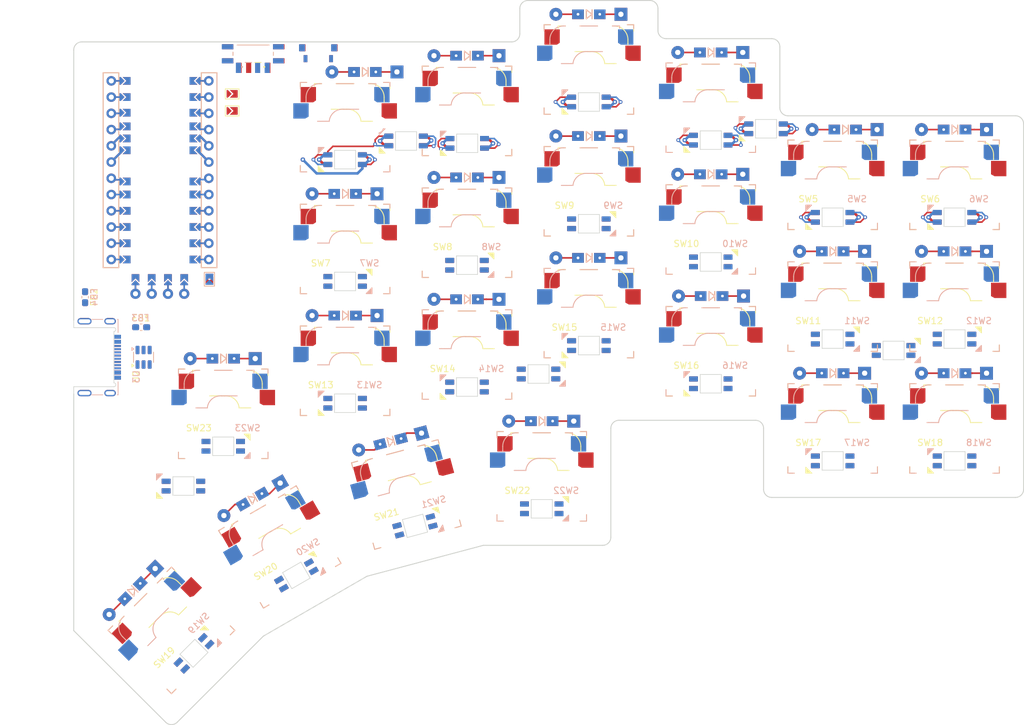
<source format=kicad_pcb>
(kicad_pcb (version 20240108) (generator "pcbnew") (generator_version "8.0")
  (layers (0 "F.Cu" signal) (31 "B.Cu" signal) (34 "B.Paste" user) (35 "F.Paste" user) (36 "B.SilkS" user "B.Silkscreen") (37 "F.SilkS" user "F.Silkscreen") (38 "B.Mask" user) (39 "F.Mask" user) (44 "Edge.Cuts" user))
  (net 0 "")
  (net 1 "row0")
  (net 2 "Net-(D1-A)")
  (net 3 "Net-(D2-A)")
  (net 4 "row1")
  (net 5 "Net-(D10-A)")
  (net 6 "Net-(D11-A)")
  (net 7 "Net-(D12-A)")
  (net 8 "row2")
  (net 9 "Net-(D13-A)")
  (net 10 "Net-(D14-A)")
  (net 11 "Net-(D15-A)")
  (net 12 "Net-(D16-A)")
  (net 13 "Net-(D17-A)")
  (net 14 "Net-(D18-A)")
  (net 15 "row3")
  (net 16 "Net-(D19-A)")
  (net 17 "Net-(D20-A)")
  (net 18 "Net-(D21-A)")
  (net 19 "Net-(D22-A)")
  (net 20 "/VCC_LINK")
  (net 21 "VCC")
  (net 22 "Net-(J1-SHIELD)")
  (net 23 "GND")
  (net 26 "DATA")
  (net 37 "Hand")
  (net 38 "SDA")
  (net 46 "SCL")
  (net 60 "RESET")
  (net 61 "col0")
  (net 62 "col1")
  (net 63 "col2")
  (net 64 "col3")
  (net 65 "col4")
  (net 66 "col5")
  (net 146 "/PWR_GLOW")
  (net 160 "/PWR_KEY")
  (net 199 "Net-(D25-A)")
  (net 200 "Net-(D26-A)")
  (net 201 "Net-(D27-A)")
  (net 202 "Net-(D28-A)")
  (net 203 "Net-(D29-A)")
  (net 204 "Net-(D30-A)")
  (net 205 "Net-(D31-A)")
  (net 206 "Net-(D45-A)")
  (net 207 "LED")
  (net 208 "Net-(LED1-DOUT)")
  (net 209 "Net-(LED2-DOUT)")
  (net 210 "Net-(LED3-DOUT)")
  (net 211 "Net-(LED4-DOUT)")
  (net 212 "Net-(LED5-DOUT)")
  (net 213 "Net-(LED12-DIN)")
  (net 214 "Net-(LED7-DIN)")
  (net 215 "Net-(LED13-DIN)")
  (net 216 "Net-(LED8-DIN)")
  (net 217 "Net-(LED10-DOUT)")
  (net 218 "Net-(LED10-DIN)")
  (net 219 "Net-(LED11-DIN)")
  (net 220 "Net-(LED13-DOUT)")
  (net 221 "Net-(LED14-DOUT)")
  (net 222 "Net-(LED15-DOUT)")
  (net 223 "Net-(LED16-DOUT)")
  (net 224 "Net-(LED17-DOUT)")
  (net 225 "Net-(LED18-DOUT)")
  (net 228 "Net-(LED19-DIN)")
  (net 229 "Net-(LED20-DIN)")
  (net 230 "Net-(LED21-DIN)")
  (net 231 "Net-(LED22-DIN)")
  (net 232 "Net-(LED24-DOUT)")
  (net 233 "Net-(LED25-DOUT)")
  (net 234 "Net-(LED26-DOUT)")
  (net 235 "Net-(LED27-DOUT)")
  (footprint "SplitKeyboard_Common:MX_SK6812MINI-E_REVERSIBLE" (layer "F.Cu") (at 202.946 93.726)
    (property "Reference" "LED12" (hide yes))
    (property "Value" "SK6803MINI-E" (hide yes))
    (fp_line (start -1.65 -1.45) (end 1.65 -1.45) (stroke (width 0.1)) (layer "Edge.Cuts"))
    (fp_line (start -1.65 1.45) (end -1.65 -1.45) (stroke (width 0.1)) (layer "Edge.Cuts"))
    (fp_line (start 1.65 -1.45) (end 1.65 1.45) (stroke (width 0.1)) (layer "Edge.Cuts"))
    (fp_line (start 1.65 1.45) (end -1.65 1.45) (stroke (width 0.1)) (layer "Edge.Cuts"))
  )
  (footprint "Capacitor_SMD:C_0603_1608Metric_Pad1.08x0.95mm_HandSolder" (layer "F.Cu") (at 67.056 87.174001 90)
    (property "Reference" "FB2")
    (property "Value" "FerriteBead" (hide yes))
  )
  (footprint "SplitKeyboard_Common:Diode_DO35_SOD123_Hybrid" (layer "F.Cu") (at 185.85 60.96 180)
    (property "Reference" "D27" (hide yes))
    (property "Value" "1N4841/1N4148W" (hide yes))
  )
  (footprint "SplitKeyboard_Common:MX_SK6812MINI-E_REVERSIBLE" (layer "F.Cu") (at 137.922 99.187)
    (property "Reference" "LED27" (hide yes))
    (property "Value" "SK6803MINI-E" (hide yes))
    (fp_line (start -1.65 -1.45) (end 1.65 -1.45) (stroke (width 0.1)) (layer "Edge.Cuts"))
    (fp_line (start -1.65 1.45) (end -1.65 -1.45) (stroke (width 0.1)) (layer "Edge.Cuts"))
    (fp_line (start 1.65 -1.45) (end 1.65 1.45) (stroke (width 0.1)) (layer "Edge.Cuts"))
    (fp_line (start 1.65 1.45) (end -1.65 1.45) (stroke (width 0.1)) (layer "Edge.Cuts"))
  )
  (footprint "SplitKeyboard_Common:MX_SK6812MINI-E_REVERSIBLE" (layer "F.Cu") (at 118.618 122.936 15)
    (property "Reference" "LED22" (hide yes))
    (property "Value" "SK6803MINI-E" (hide yes))
    (fp_line (start -1.65 -1.45) (end 1.65 -1.45) (stroke (width 0.1)) (layer "Edge.Cuts"))
    (fp_line (start -1.65 1.45) (end -1.65 -1.45) (stroke (width 0.1)) (layer "Edge.Cuts"))
    (fp_line (start 1.65 -1.45) (end 1.65 1.45) (stroke (width 0.1)) (layer "Edge.Cuts"))
    (fp_line (start 1.65 1.45) (end -1.65 1.45) (stroke (width 0.1)) (layer "Edge.Cuts"))
  )
  (footprint "SplitKeyboard_Common:MX_SK6812MINI-E_REVERSIBLE" (layer "F.Cu") (at 138.43 120.269)
    (property "Reference" "LED23" (hide yes))
    (property "Value" "SK6803MINI-E" (hide yes))
    (fp_line (start -1.65 -1.45) (end 1.65 -1.45) (stroke (width 0.1)) (layer "Edge.Cuts"))
    (fp_line (start -1.65 1.45) (end -1.65 -1.45) (stroke (width 0.1)) (layer "Edge.Cuts"))
    (fp_line (start 1.65 -1.45) (end 1.65 1.45) (stroke (width 0.1)) (layer "Edge.Cuts"))
    (fp_line (start 1.65 1.45) (end -1.65 1.45) (stroke (width 0.1)) (layer "Edge.Cuts"))
  )
  (footprint "SplitKeyboard_Common:MX_SK6812MINI-E_REVERSIBLE" (layer "F.Cu") (at 183.896 93.726)
    (property "Reference" "LED11" (hide yes))
    (property "Value" "SK6803MINI-E" (hide yes))
    (fp_line (start -1.65 -1.45) (end 1.65 -1.45) (stroke (width 0.1)) (layer "Edge.Cuts"))
    (fp_line (start -1.65 1.45) (end -1.65 -1.45) (stroke (width 0.1)) (layer "Edge.Cuts"))
    (fp_line (start 1.65 -1.45) (end 1.65 1.45) (stroke (width 0.1)) (layer "Edge.Cuts"))
    (fp_line (start 1.65 1.45) (end -1.65 1.45) (stroke (width 0.1)) (layer "Edge.Cuts"))
  )
  (footprint "SplitKeyboard_Common:Diode_DO35_SOD123_Hybrid" (layer "F.Cu") (at 107.696 90.043 180)
    (property "Reference" "D35" (hide yes))
    (property "Value" "1N4841/1N4148W" (hide yes))
  )
  (footprint "SplitKeyboard_Common:Jumper_min_v2" (layer "F.Cu") (at 90.043 55.372 180)
    (property "Reference" "JP4" (hide yes))
    (property "Value" "Jumper_2_Open" (hide yes))
  )
  (footprint "SplitKeyboard_Common:Diode_DO35_SOD123_Hybrid" (layer "F.Cu") (at 126.746 68.453 180)
    (property "Reference" "D30" (hide yes))
    (property "Value" "1N4841/1N4148W" (hide yes))
  )
  (footprint "SplitKeyboard_Common:Diode_DO35_SOD123_Hybrid" (layer "F.Cu") (at 183.896 80.01 180)
    (property "Reference" "D33" (hide yes))
    (property "Value" "1N4841/1N4148W" (hide yes))
  )
  (footprint "SplitKeyboard_Common:Diode_DO35_SOD123_Hybrid" (layer "F.Cu") (at 202.946 80.01 180)
    (property "Reference" "D34" (hide yes))
    (property "Value" "1N4841/1N4148W" (hide yes))
  )
  (footprint "SplitKeyboard_Common:MX_SK6812MINI-E_REVERSIBLE" (layer "F.Cu") (at 107.696 65.659 180)
    (property "Reference" "LED1" (hide yes))
    (property "Value" "SK6803MINI-E" (hide yes))
    (fp_line (start 1.65 1.45) (end -1.65 1.45) (stroke (width 0.1)) (layer "Edge.Cuts"))
    (fp_line (start 1.65 -1.45) (end 1.65 1.45) (stroke (width 0.1)) (layer "Edge.Cuts"))
    (fp_line (start -1.65 1.45) (end -1.65 -1.45) (stroke (width 0.1)) (layer "Edge.Cuts"))
    (fp_line (start -1.65 -1.45) (end 1.65 -1.45) (stroke (width 0.1)) (layer "Edge.Cuts"))
  )
  (footprint "SplitKeyboard_Common:MX_SK6812MINI-E_REVERSIBLE" (layer "F.Cu") (at 164.846 62.611 180)
    (property "Reference" "LED4" (hide yes))
    (property "Value" "SK6803MINI-E" (hide yes))
    (fp_line (start 1.65 1.45) (end -1.65 1.45) (stroke (width 0.1)) (layer "Edge.Cuts"))
    (fp_line (start 1.65 -1.45) (end 1.65 1.45) (stroke (width 0.1)) (layer "Edge.Cuts"))
    (fp_line (start -1.65 1.45) (end -1.65 -1.45) (stroke (width 0.1)) (layer "Edge.Cuts"))
    (fp_line (start -1.65 -1.45) (end 1.65 -1.45) (stroke (width 0.1)) (layer "Edge.Cuts"))
  )
  (footprint "SplitKeyboard_Common:Diode_DO35_SOD123_Hybrid" (layer "F.Cu") (at 74.4728 133.1468 -135)
    (property "Reference" "D41" (hide yes))
    (property "Value" "1N4841/1N4148W" (hide yes))
  )
  (footprint "SplitKeyboard_Common:Diode_DO35_SOD123_Hybrid" (layer "F.Cu") (at 107.696 70.993 180)
    (property "Reference" "D29" (hide yes))
    (property "Value" "1N4841/1N4148W" (hide yes))
  )
  (footprint "SplitKeyboard_Common:MX_SK6812MINI-E_REVERSIBLE" (layer "F.Cu") (at 145.796 56.642 180)
    (property "Reference" "LED3" (hide yes))
    (property "Value" "SK6803MINI-E" (hide yes))
    (fp_line (start 1.65 1.45) (end -1.65 1.45) (stroke (width 0.1)) (layer "Edge.Cuts"))
    (fp_line (start 1.65 -1.45) (end 1.65 1.45) (stroke (width 0.1)) (layer "Edge.Cuts"))
    (fp_line (start -1.65 1.45) (end -1.65 -1.45) (stroke (width 0.1)) (layer "Edge.Cuts"))
    (fp_line (start -1.65 -1.45) (end 1.65 -1.45) (stroke (width 0.1)) (layer "Edge.Cuts"))
  )
  (footprint "SplitKeyboard_Common:MX_SK6812MINI-E_REVERSIBLE" (layer "F.Cu") (at 164.846 81.661)
    (property "Reference" "LED10" (hide yes))
    (property "Value" "SK6803MINI-E" (hide yes))
    (fp_line (start -1.65 -1.45) (end 1.65 -1.45) (stroke (width 0.1)) (layer "Edge.Cuts"))
    (fp_line (start -1.65 1.45) (end -1.65 -1.45) (stroke (width 0.1)) (layer "Edge.Cuts"))
    (fp_line (start 1.65 -1.45) (end 1.65 1.45) (stroke (width 0.1)) (layer "Edge.Cuts"))
    (fp_line (start 1.65 1.45) (end -1.65 1.45) (stroke (width 0.1)) (layer "Edge.Cuts"))
  )
  (footprint "Capacitor_SMD:C_0603_1608Metric_Pad1.08x0.95mm_HandSolder" (layer "F.Cu") (at 75.819 91.873001)
    (property "Reference" "FB1")
    (property "Value" "FerriteBead" (hide yes))
  )
  (footprint "SplitKeyboard_Common:Diode_DO35_SOD123_Hybrid" (layer "F.Cu") (at 164.973 86.995 180)
    (property "Reference" "D38" (hide yes))
    (property "Value" "1N4841/1N4148W" (hide yes))
  )
  (footprint "SplitKeyboard_Common:Diode_DO35_SOD123_Hybrid" (layer "F.Cu") (at 110.793 51.943 180)
    (property "Reference" "D23" (hide yes))
    (property "Value" "1N4841/1N4148W" (hide yes))
  )
  (footprint "SplitKeyboard_Common:Diode_DO35_SOD123_Hybrid" (layer "F.Cu") (at 183.896 99.06 180)
    (property "Reference" "D39" (hide yes))
    (property "Value" "1N4841/1N4148W" (hide yes))
  )
  (footprint "SplitKeyboard_Common:MX_SK6812MINI-E_REVERSIBLE" (layer "F.Cu") (at 183.896 74.676 180)
    (property "Reference" "LED5" (hide yes))
    (property "Value" "SK6803MINI-E" (hide yes))
    (fp_line (start 1.65 1.45) (end -1.65 1.45) (stroke (width 0.1)) (layer "Edge.Cuts"))
    (fp_line (start 1.65 -1.45) (end 1.65 1.45) (stroke (width 0.1)) (layer "Edge.Cuts"))
    (fp_line (start -1.65 1.45) (end -1.65 -1.45) (stroke (width 0.1)) (layer "Edge.Cuts"))
    (fp_line (start -1.65 -1.45) (end 1.65 -1.45) (stroke (width 0.1)) (layer "Edge.Cuts"))
  )
  (footprint "SplitKeyboard_Common:MX_SK6812MINI-E_REVERSIBLE" (layer "F.Cu") (at 107.696 84.709)
    (property "Reference" "LED7" (hide yes))
    (property "Value" "SK6803MINI-E" (hide yes))
    (fp_line (start -1.65 -1.45) (end 1.65 -1.45) (stroke (width 0.1)) (layer "Edge.Cuts"))
    (fp_line (start -1.65 1.45) (end -1.65 -1.45) (stroke (width 0.1)) (layer "Edge.Cuts"))
    (fp_line (start 1.65 -1.45) (end 1.65 1.45) (stroke (width 0.1)) (layer "Edge.Cuts"))
    (fp_line (start 1.65 1.45) (end -1.65 1.45) (stroke (width 0.1)) (layer "Edge.Cuts"))
  )
  (footprint "SplitKeyboard_Common:Diode_DO35_SOD123_Hybrid" (layer "F.Cu") (at 138.43 106.553 180)
    (property "Reference" "D44" (hide yes))
    (property "Value" "1N4841/1N4148W" (hide yes))
  )
  (footprint "SplitKeyboard_Common:Diode_DO35_SOD123_Hybrid" (layer "F.Cu") (at 126.746 49.403 180)
    (property "Reference" "D24" (hide yes))
    (property "Value" "1N4841/1N4148W" (hide yes))
  )
  (footprint "SplitKeyboard_Common:MSK12C02" (layer "F.Cu") (at 93.322 49.102997 180)
    (property "Reference" "SW24" (hide yes))
    (property "Value" "MSK12C02" (hide yes))
  )
  (footprint "SplitKeyboard_Common:MX_SK6812MINI-E_REVERSIBLE" (layer "F.Cu") (at 126.779001 63.107002 180)
    (property "Reference" "LED2" (hide yes))
    (property "Value" "SK6803MINI-E" (hide yes))
    (fp_line (start 1.65 1.45) (end -1.65 1.45) (stroke (width 0.1)) (layer "Edge.Cuts"))
    (fp_line (start 1.65 -1.45) (end 1.65 1.45) (stroke (width 0.1)) (layer "Edge.Cuts"))
    (fp_line (start -1.65 1.45) (end -1.65 -1.45) (stroke (width 0.1)) (layer "Edge.Cuts"))
    (fp_line (start -1.65 -1.45) (end 1.65 -1.45) (stroke (width 0.1)) (layer "Edge.Cuts"))
  )
  (footprint "SplitKeyboard_Common:MX_SK6812MINI-E_REVERSIBLE" (layer "F.Cu") (at 100.076 130.683 30)
    (property "Reference" "LED21" (hide yes))
    (property "Value" "SK6803MINI-E" (hide yes))
    (fp_line (start -1.65 -1.45) (end 1.65 -1.45) (stroke (width 0.1)) (layer "Edge.Cuts"))
    (fp_line (start -1.65 1.45) (end -1.65 -1.45) (stroke (width 0.1)) (layer "Edge.Cuts"))
    (fp_line (start 1.65 -1.45) (end 1.65 1.45) (stroke (width 0.1)) (layer "Edge.Cuts"))
    (fp_line (start 1.65 1.45) (end -1.65 1.45) (stroke (width 0.1)) (layer "Edge.Cuts"))
  )
  (footprint "SplitKeyboard_Common:MX_SK6812MINI-E_REVERSIBLE" (layer "F.Cu") (at 202.946 74.676 180)
    (property "Reference" "LED6" (hide yes))
    (property "Value" "SK6803MINI-E" (hide yes))
    (fp_line (start 1.65 1.45) (end -1.65 1.45) (stroke (width 0.1)) (layer "Edge.Cuts"))
    (fp_line (start 1.65 -1.45) (end 1.65 1.45) (stroke (width 0.1)) (layer "Edge.Cuts"))
    (fp_line (start -1.65 1.45) (end -1.65 -1.45) (stroke (width 0.1)) (layer "Edge.Cuts"))
    (fp_line (start -1.65 -1.45) (end 1.65 -1.45) (stroke (width 0.1)) (layer "Edge.Cuts"))
  )
  (footprint "SplitKeyboard_Common:Jumper_min_v2" (layer "F.Cu") (at 86.487 84.368 90)
    (property "Reference" "JP1" (hide yes))
    (property "Value" "Jumper_2_Open" (hide yes))
  )
  (footprint "SplitKeyboard_Common:Diode_DO35_SOD123_Hybrid" (layer "F.Cu") (at 164.846 67.945 180)
    (property "Reference" "D32" (hide yes))
    (property "Value" "1N4841/1N4148W" (hide yes))
  )
  (footprint "SplitKeyboard_Common:Diode_DO35_SOD123_Hybrid" (layer "F.Cu") (at 145.796 81.026 180)
    (property "Reference" "D37" (hide yes))
    (property "Value" "1N4841/1N4148W" (hide yes))
  )
  (footprint "SplitKeyboard_Common:Diode_DO35_SOD123_Hybrid" (layer "F.Cu") (at 88.646 96.774 180)
    (property "Reference" "D46" (hide yes))
    (property "Value" "1N4841/1N4148W" (hide yes))
  )
  (footprint "Package_TO_SOT_SMD:SOT-23-6" (layer "F.Cu") (at 76.2 96.572001 90)
    (property "Reference" "U2")
    (property "Value" "SRV05-4" (hide yes))
  )
  (footprint "SplitKeyboard_Common:Diode_DO35_SOD123_Hybrid" (layer "F.Cu") (at 126.746 87.503 180)
    (property "Reference" "D36" (hide yes))
    (property "Value" "1N4841/1N4148W" (hide yes))
  )
  (footprint "SplitKeyboard_Common:MX_SK6812MINI-E_REVERSIBLE" (layer "F.Cu") (at 193.421 95.504)
    (property "Reference" "LED26" (hide yes))
    (property "Value" "SK6803MINI-E" (hide yes))
    (fp_line (start -1.65 -1.45) (end 1.65 -1.45) (stroke (width 0.1)) (layer "Edge.Cuts"))
    (fp_line (start -1.65 1.45) (end -1.65 -1.45) (stroke (width 0.1)) (layer "Edge.Cuts"))
    (fp_line (start 1.65 -1.45) (end 1.65 1.45) (stroke (width 0.1)) (layer "Edge.Cuts"))
    (fp_line (start 1.65 1.45) (end -1.65 1.45) (stroke (width 0.1)) (layer "Edge.Cuts"))
  )
  (footprint "SplitKeyboard_Common:YTS-A002" (layer "F.Cu") (at 103.505 48.514)
    (property "Reference" "RES1" (hide yes))
    (property "Value" "TS-A002_TactileSW" (hide yes))
  )
  (footprint "SplitKeyboard_Common:Diode_DO35_SOD123_Hybrid" (layer "F.Cu") (at 202.946 60.96 180)
    (property "Reference" "D28" (hide yes))
    (property "Value" "1N4841/1N4148W" (hide yes))
  )
  (footprint "SplitKeyboard_Common:MX_SK6812MINI-E_REVERSIBLE" (layer "F.Cu") (at 88.646 110.49)
    (property "Reference" "LED19" (hide yes))
    (property "Value" "SK6803MINI-E" (hide yes))
    (fp_line (start -1.65 -1.45) (end 1.65 -1.45) (stroke (width 0.1)) (layer "Edge.Cuts"))
    (fp_line (start -1.65 1.45) (end -1.65 -1.45) (stroke (width 0.1)) (layer "Edge.Cuts"))
    (fp_line (start 1.65 -1.45) (end 1.65 1.45) (stroke (width 0.1)) (layer "Edge.Cuts"))
    (fp_line (start 1.65 1.45) (end -1.65 1.45) (stroke (width 0.1)) (layer "Edge.Cuts"))
  )
  (footprint "SplitKeyboard_Common:Diode_DO35_SOD123_Hybrid" (layer "F.Cu") (at 145.796 42.926 180)
    (property "Reference" "D25" (hide yes))
    (property "Value" "1N4841/1N4148W" (hide yes))
  )
  (footprint "SplitKeyboard_Common:Diode_DO35_SOD123_Hybrid" (layer "F.Cu") (at 93.218 118.745 -150)
    (property "Reference" "D42" (hide yes))
    (property "Value" "1N4841/1N4148W" (hide yes))
  )
  (footprint "SplitKeyboard_Common:MX_SK6812MINI-E_REVERSIBLE" (layer "F.Cu") (at 84.074 142.875 45)
    (property "Reference" "LED20" (hide yes))
    (property "Value" "SK6803MINI-E" (hide yes))
    (fp_line (start -1.65 -1.45) (end 1.65 -1.45) (stroke (width 0.1)) (layer "Edge.Cuts"))
    (fp_line (start -1.65 1.45) (end -1.65 -1.45) (stroke (width 0.1)) (layer "Edge.Cuts"))
    (fp_line (start 1.65 -1.45) (end 1.65 1.45) (stroke (width 0.1)) (layer "Edge.Cuts"))
    (fp_line (start 1.65 1.45) (end -1.65 1.45) (stroke (width 0.1)) (layer "Edge.Cuts"))
  )
  (footprint "SplitKeyboard_Common:MX_SK6812MINI-E_REVERSIBLE" (layer "F.Cu") (at 145.796 75.692)
    (property "Reference" "LED9" (hide yes))
    (property "Value" "SK6803MINI-E" (hide yes))
    (fp_line (start -1.65 -1.45) (end 1.65 -1.45) (stroke (width 0.1)) (layer "Edge.Cuts"))
    (fp_line (start -1.65 1.45) (end -1.65 -1.45) (stroke (width 0.1)) (layer "Edge.Cuts"))
    (fp_line (start 1.65 -1.45) (end 1.65 1.45) (stroke (width 0.1)) (layer "Edge.Cuts"))
    (fp_line (start 1.65 1.45) (end -1.65 1.45) (stroke (width 0.1)) (layer "Edge.Cuts"))
  )
  (footprint "SplitKeyboard_Common:Diode_DO35_SOD123_Hybrid" (layer "F.Cu") (at 114.808 109.727999 -165)
    (property "Reference" "D43" (hide yes))
    (property "Value" "1N4841/1N4148W" (hide yes))
  )
  (footprint "SplitKeyboard_Common:Jumper_min_v2" (layer "F.Cu") (at 90.043 58.039 180)
    (property "Reference" "JP3" (hide yes))
    (property "Value" "Jumper_2_Open" (hide yes))
  )
  (footprint "SplitKeyboard_Common:SW_MX_HotSwap_Reversible" (layer "F.Cu") (at 88.646 105.41)
    (property "Reference" "SW23" (hide yes))
    (property "Value" "MXHS" (hide yes))
  )
  (footprint "SplitKeyboard_Common:Diode_DO35_SOD123_Hybrid" (layer "F.Cu") (at 164.846 48.895 180)
    (property "Reference" "D26" (hide yes))
    (property "Value" "1N4841/1N4148W" (hide yes))
  )
  (footprint "SplitKeyboard_Common:Diode_DO35_SOD123_Hybrid" (layer "F.Cu") (at 202.946 99.06 180)
    (property "Reference" "D40" (hide yes))
    (property "Value" "1N4841/1N4148W" (hide yes))
  )
  (footprint "SplitKeyboard_Common:MX_SK6812MINI-E_REVERSIBLE" (layer "F.Cu") (at 126.746 82.169)
    (property "Reference" "LED8" (hide yes))
    (property "Value" "SK6803MINI-E" (hide yes))
    (fp_line (start -1.65 -1.45) (end 1.65 -1.45) (stroke (width 0.1)) (layer "Edge.Cuts"))
    (fp_line (start -1.65 1.45) (end -1.65 -1.45) (stroke (width 0.1)) (layer "Edge.Cuts"))
    (fp_line (start 1.65 -1.45) (end 1.65 1.45) (stroke (width 0.1)) (layer "Edge.Cuts"))
    (fp_line (start 1.65 1.45) (end -1.65 1.45) (stroke (width 0.1)) (layer "Edge.Cuts"))
  )
  (footprint "SplitKeyboard_Common:Diode_DO35_SOD123_Hybrid" (layer "F.Cu") (at 145.796 61.976 180)
    (property "Reference" "D31" (hide yes))
    (property "Value" "1N4841/1N4148W" (hide yes))
  )
  (footprint "SplitKeyboard_Common:Diode_DO35_SOD123_Hybrid" (layer "B.Cu") (at 107.696 90.043 180)
    (property "Reference" "D13" (hide yes))
    (property "Value" "1N4841/1N4148W" (hide yes))
  )
  (footprint "SplitKeyboard_Common:SW_MX_HotSwap_Reversible" (layer "B.Cu") (at 107.696 60.579 180)
    (property "Reference" "SW1" (hide yes))
    (property "Value" "MXHS" (hide yes))
  )
  (footprint "SplitKeyboard_Common:Jumper_min_v2" (layer "B.Cu") (at 86.487 84.368 -90)
    (property "Reference" "JP2" (hide yes))
    (property "Value" "Jumper_2_Open" (hide yes))
  )
  (footprint "SplitKeyboard_Common:SW_MX_HotSwap_Reversible" (layer "B.Cu") (at 80.554102 139.282898 -135)
    (property "Reference" "SW19" (hide yes))
    (property "Value" "MXHS" (hide yes))
  )
  (footprint "SplitKeyboard_Common:ProMicro_Jumpers_V2" (layer "B.Cu") (at 78.77 67.31 180)
    (property "Reference" "U1" (hide yes))
    (property "Value" "ProMicro" (hide yes))
  )
  (footprint "SplitKeyboard_Common:Diode_DO35_SOD123_Hybrid" (layer "B.Cu") (at 202.946 99.06 180)
    (property "Reference" "D18" (hide yes))
    (property "Value" "1N4841/1N4148W" (hide yes))
  )
  (footprint "SplitKeyboard_Common:MX_SK6812MINI-E_REVERSIBLE" (layer "B.Cu") (at 202.946 112.776 180)
    (property "Reference" "LED18" (hide yes))
    (property "Value" "SK6803MINI-E" (hide yes))
    (fp_line (start 1.65 1.45) (end -1.65 1.45) (stroke (width 0.1)) (layer "Edge.Cuts"))
    (fp_line (start 1.65 -1.45) (end 1.65 1.45) (stroke (width 0.1)) (layer "Edge.Cuts"))
    (fp_line (start -1.65 1.45) (end -1.65 -1.45) (stroke (width 0.1)) (layer "Edge.Cuts"))
    (fp_line (start -1.65 -1.45) (end 1.65 -1.45) (stroke (width 0.1)) (layer "Edge.Cuts"))
  )
  (footprint "SplitKeyboard_Common:SW_MX_HotSwap_Reversible" (layer "B.Cu") (at 164.846 95.631 180)
    (property "Reference" "SW16" (hide yes))
    (property "Value" "MXHS" (hide yes))
  )
  (footprint "SplitKeyboard_Common:Diode_DO35_SOD123_Hybrid" (layer "B.Cu") (at 164.846 67.945 180)
    (property "Reference" "D10" (hide yes))
    (property "Value" "1N4841/1N4148W" (hide yes))
  )
  (footprint "SplitKeyboard_Common:MX_SK6812MINI-E_REVERSIBLE" (layer "B.Cu") (at 145.796 94.742 180)
    (property "Reference" "LED15" (hide yes))
    (property "Value" "SK6803MINI-E" (hide yes))
    (fp_line (start 1.65 1.45) (end -1.65 1.45) (stroke (width 0.1)) (layer "Edge.Cuts"))
    (fp_line (start 1.65 -1.45) (end 1.65 1.45) (stroke (width 0.1)) (layer "Edge.Cuts"))
    (fp_line (start -1.65 1.45) (end -1.65 -1.45) (stroke (width 0.1)) (layer "Edge.Cuts"))
    (fp_line (start -1.65 -1.45) (end 1.65 -1.45) (stroke (width 0.1)) (layer "Edge.Cuts"))
  )
  (footprint "SplitKeyboard_Common:SW_MX_HotSwap_Reversible" (layer "B.Cu") (at 202.946 107.696 180)
    (property "Reference" "SW18" (hide yes))
    (property "Value" "MXHS" (hide yes))
  )
  (footprint "SplitKeyboard_Common:Diode_DO35_SOD123_Hybrid" (layer "B.Cu") (at 145.796 61.976 180)
    (property "Reference" "D9" (hide yes))
    (property "Value" "1N4841/1N4148W" (hide yes))
  )
  (footprint "SplitKeyboard_Common:Diode_DO35_SOD123_Hybrid" (layer "B.Cu") (at 74.4728 133.1468 -135)
    (property "Reference" "D19" (hide yes))
    (property "Value" "1N4841/1N4148W" (hide yes))
  )
  (footprint "SplitKeyboard_Common:MX_SK6812MINI-E_REVERSIBLE" (layer "B.Cu") (at 183.896 112.776 180)
    (property "Reference" "LED17" (hide yes))
    (property "Value" "SK6803MINI-E" (hide yes))
    (fp_line (start 1.65 1.45) (end -1.65 1.45) (stroke (width 0.1)) (layer "Edge.Cuts"))
    (fp_line (start 1.65 -1.45) (end 1.65 1.45) (stroke (width 0.1)) (layer "Edge.Cuts"))
    (fp_line (start -1.65 1.45) (end -1.65 -1.45) (stroke (width 0.1)) (layer "Edge.Cuts"))
    (fp_line (start -1.65 -1.45) (end 1.65 -1.45) (stroke (width 0.1)) (layer "Edge.Cuts"))
  )
  (footprint "SplitKeyboard_Common:SW_MX_HotSwap_Reversible" (layer "B.Cu") (at 164.846 57.531 180)
    (property "Reference" "SW4" (hide yes))
    (property "Value" "MXHS" (hide yes))
  )
  (footprint "SplitKeyboard_Common:Diode_DO35_SOD123_Hybrid" (layer "B.Cu") (at 88.646 96.774 180)
    (property "Reference" "D45" (hide yes))
    (property "Value" "1N4841/1N4148W" (hide yes))
  )
  (footprint "Package_TO_SOT_SMD:SOT-23-6" (layer "B.Cu") (at 76.2 96.572001 -90)
    (property "Reference" "U3")
    (property "Value" "SRV05-4" (hide yes))
  )
  (footprint "SplitKeyboard_Common:SW_MX_HotSwap_Reversible" (layer "B.Cu") (at 145.796 51.562 180)
    (property "Reference" "SW3" (hide yes))
    (property "Value" "MXHS" (hide yes))
  )
  (footprint "SplitKeyboard_Common:Diode_DO35_SOD123_Hybrid" (layer "B.Cu") (at 114.808 109.728 -165)
    (property "Reference" "D21" (hide yes))
    (property "Value" "1N4841/1N4148W" (hide yes))
  )
  (footprint "SplitKeyboard_Common:Diode_DO35_SOD123_Hybrid" (layer "B.Cu") (at 107.696 70.993 180)
    (property "Reference" "D7" (hide yes))
    (property "Value" "1N4841/1N4148W" (hide yes))
  )
  (footprint "SplitKeyboard_Common:SW_MX_HotSwap_Reversible" (layer "B.Cu") (at 138.43 115.189 180)
    (property "Reference" "SW22" (hide yes))
    (property "Value" "MXHS" (hide yes))
  )
  (footprint "SplitKeyboard_Common:Diode_DO35_SOD123_Hybrid" (layer "B.Cu") (at 164.973 86.995 180)
    (property "Reference" "D16" (hide yes))
    (property "Value" "1N4841/1N4148W" (hide yes))
  )
  (footprint "SplitKeyboard_Common:SW_MX_HotSwap_Reversible" (layer "B.Cu") (at 202.946 88.646 180)
    (property "Reference" "SW12" (hide yes))
    (property "Value" "MXHS" (hide yes))
  )
  (footprint "SplitKeyboard_Common:Diode_DO35_SOD123_Hybrid" (layer "B.Cu") (at 164.846 48.895 180)
    (property "Reference" "D4" (hide yes))
    (property "Value" "1N4841/1N4148W" (hide yes))
  )
  (footprint "SplitKeyboard_Common:SW_MX_HotSwap_Reversible" (layer "B.Cu") (at 145.796 89.662 180)
    (property "Reference" "SW15" (hide yes))
    (property "Value" "MXHS" (hide yes))
  )
  (footprint "SplitKeyboard_Common:SW_MX_HotSwap_Reversible" (layer "B.Cu") (at 107.696 79.629 180)
    (property "Reference" "SW7" (hide yes))
    (property "Value" "MXHS" (hide yes))
  )
  (footprint "SplitKeyboard_Common:Diode_DO35_SOD123_Hybrid" (layer "B.Cu") (at 185.85 60.96 180)
    (property "Reference" "D5" (hide yes))
    (property "Value" "1N4841/1N4148W" (hide yes))
  )
  (footprint "SplitKeyboard_Common:MX_SK6812MINI-E_REVERSIBLE" (layer "B.Cu") (at 173.482 60.833 180)
    (property "Reference" "LED25" (hide yes))
    (property "Value" "SK6803MINI-E" (hide yes))
    (fp_line (start 1.65 1.45) (end -1.65 1.45) (stroke (width 0.1)) (layer "Edge.Cuts"))
    (fp_line (start 1.65 -1.45) (end 1.65 1.45) (stroke (width 0.1)) (layer "Edge.Cuts"))
    (fp_line (start -1.65 1.45) (end -1.65 -1.45) (stroke (width 0.1)) (layer "Edge.Cuts"))
    (fp_line (start -1.65 -1.45) (end 1.65 -1.45) (stroke (width 0.1)) (layer "Edge.Cuts"))
  )
  (footprint "SplitKeyboard_Common:SW_MX_HotSwap_Reversible" (layer "B.Cu") (at 107.696 98.679 180)
    (property "Reference" "SW13" (hide yes))
    (property "Value" "MXHS" (hide yes))
  )
  (footprint "SplitKeyboard_Common:SW_MX_HotSwap_Reversible" (layer "B.Cu") (at 164.846 76.581 180)
    (property "Reference" "SW10" (hide yes))
    (property "Value" "MXHS" (hide yes))
  )
  (footprint "SplitKeyboard_Common:Diode_DO35_SOD123_Hybrid" (layer "B.Cu") (at 183.896 99.06 180)
    (property "Reference" "D17" (hide yes))
    (property "Value" "1N4841/1N4148W" (hide yes))
  )
  (footprint "SplitKeyboard_Common:Diode_DO35_SOD123_Hybrid" (layer "B.Cu") (at 202.946 80.01 180)
    (property "Reference" "D12" (hide yes))
    (property "Value" "1N4841/1N4148W" (hide yes))
  )
  (footprint "SplitKeyboard_Common:SW_MX_HotSwap_Reversible" (layer "B.Cu") (at 117.267097 118.027801 -165)
    (property "Reference" "SW21" (hide yes))
    (property "Value" "MXHS" (hide yes))
  )
  (footprint "SplitKeyboard_Common:Diode_DO35_SOD123_Hybrid" (layer "B.Cu") (at 183.896 80.01 180)
    (property "Reference" "D11" (hide yes))
    (property "Value" "1N4841/1N4148W" (hide yes))
  )
  (footprint "SplitKeyboard_Common:SW_MX_HotSwap_Reversible" (layer "B.Cu") (at 126.746 96.139 180)
    (property "Reference" "SW14" (hide yes))
    (property "Value" "MXHS" (hide yes))
  )
  (footprint "SplitKeyboard_Common:SW_MX_HotSwap_Reversible" (layer "B.Cu") (at 183.896 88.646 180)
    (property "Reference" "SW11" (hide yes))
    (property "Value" "MXHS" (hide yes))
  )
  (footprint "SplitKeyboard_Common:Diode_DO35_SOD123_Hybrid" (layer "B.Cu") (at 93.218 118.745 -150)
    (property "Reference" "D20" (hide yes))
    (property "Value" "1N4841/1N4148W" (hide yes))
  )
  (footprint "SplitKeyboard_Common:SW_MX_HotSwap_Reversible" (layer "B.Cu") (at 183.896 107.696 180)
    (property "Reference" "SW17" (hide yes))
    (property "Value" "MXHS" (hide yes))
  )
  (footprint "Capacitor_SMD:C_0603_1608Metric_Pad1.08x0.95mm_HandSolder" (layer "B.Cu") (at 67.056 87.174001 90)
    (property "Reference" "FB4")
    (property "Value" "FerriteBead" (hide yes))
  )
  (footprint "SplitKeyboard_Common:SW_MX_HotSwap_Reversible" (layer "B.Cu") (at 145.796 70.612 180)
    (property "Reference" "SW9" (hide yes))
    (property "Value" "MXHS" (hide yes))
  )
  (footprint "SplitKeyboard_Common:HRO-TYPE-C-31-M-13x_DOUBLESIDED_Molex-216990_GCT-USB45xx" (layer "B.Cu") (at 65.781499 96.552001 90)
    (property "Reference" "J1" (hide yes))
    (property "Value" "USB_C_Receptacle_USB2.0" (hide yes))
    (fp_line (start 5.770003 -0.500002) (end 4.62 -0.5) (stroke (width 0.1)) (layer "Edge.Cuts"))
    (fp_line (start 4.62 -0.5) (end 4.62 5.783) (stroke (width 0.1)) (layer "Edge.Cuts"))
    (fp_line (start -4.62 -0.5) (end -5.770001 -0.500002) (stroke (width 0.1)) (layer "Edge.Cuts"))
    (fp_line (start 4.02 5.783) (end -4.02 5.783) (stroke (width 0.1)) (layer "Edge.Cuts"))
    (fp_line (start -4.62 5.783) (end -4.62 -0.5) (stroke (width 0.1)) (layer "Edge.Cuts"))
    (fp_arc (start 4.62 5.783) (mid 4.32 6.083) (end 4.02 5.783) (stroke (width 0.1)) (layer "Edge.Cuts"))
    (fp_arc (start -4.02 5.783) (mid -4.32 6.083) (end -4.62 5.783) (stroke (width 0.1)) (layer "Edge.Cuts"))
  )
  (footprint "SplitKeyboard_Common:Diode_DO35_SOD123_Hybrid" (layer "B.Cu") (at 110.793 51.943 180)
    (property "Reference" "D1" (hide yes))
    (property "Value" "1N4841/1N4148W" (hide yes))
  )
  (footprint "SplitKeyboard_Common:SW_MX_HotSwap_Reversible" (layer "B.Cu") (at 97.490409 126.238 -150)
    (property "Reference" "SW20" (hide yes))
    (property "Value" "MXHS" (hide yes))
  )
  (footprint "SplitKeyboard_Common:Diode_DO35_SOD123_Hybrid" (layer "B.Cu") (at 202.946 60.96 180)
    (property "Reference" "D6" (hide yes))
    (property "Value" "1N4841/1N4148W" (hide yes))
  )
  (footprint "SplitKeyboard_Common:MX_SK6812MINI-E_REVERSIBLE" (layer "B.Cu") (at 164.846 100.711 180)
    (property "Reference" "LED16" (hide yes))
    (property "Value" "SK6803MINI-E" (hide yes))
    (fp_line (start 1.65 1.45) (end -1.65 1.45) (stroke (width 0.1)) (layer "Edge.Cuts"))
    (fp_line (start 1.65 -1.45) (end 1.65 1.45) (stroke (width 0.1)) (layer "Edge.Cuts"))
    (fp_line (start -1.65 1.45) (end -1.65 -1.45) (stroke (width 0.1)) (layer "Edge.Cuts"))
    (fp_line (start -1.65 -1.45) (end 1.65 -1.45) (stroke (width 0.1)) (layer "Edge.Cuts"))
  )
  (footprint "SplitKeyboard_Common:Diode_DO35_SOD123_Hybrid" (layer "B.Cu") (at 145.796 42.926 180)
    (property "Reference" "D3" (hide yes))
    (property "Value" "1N4841/1N4148W" (hide yes))
  )
  (footprint "SplitKeyboard_Common:SW_MX_HotSwap_Reversible" (layer "B.Cu") (at 183.896 69.596 180)
    (property "Reference" "SW5" (hide yes))
    (property "Value" "MXHS" (hide yes))
  )
  (footprint "SplitKeyboard_Common:MX_SK6812MINI-E_REVERSIBLE" (layer "B.Cu") (at 82.423 116.713 180)
    (property "Reference" "LED28" (hide yes))
    (property "Value" "SK6803MINI-E" (hide yes))
    (fp_line (start 1.65 1.45) (end -1.65 1.45) (stroke (width 0.1)) (layer "Edge.Cuts"))
    (fp_line (start 1.65 -1.45) (end 1.65 1.45) (stroke (width 0.1)) (layer "Edge.Cuts"))
    (fp_line (start -1.65 1.45) (end -1.65 -1.45) (stroke (width 0.1)) (layer "Edge.Cuts"))
    (fp_line (start -1.65 -1.45) (end 1.65 -1.45) (stroke (width 0.1)) (layer "Edge.Cuts"))
  )
  (footprint "SplitKeyboard_Common:SW_MX_HotSwap_Reversible" (layer "B.Cu") (at 202.946 69.596 180)
    (property "Reference" "SW6" (hide yes))
    (property "Value" "MXHS" (hide yes))
  )
  (footprint "SplitKeyboard_Common:MX_SK6812MINI-E_REVERSIBLE" (layer "B.Cu") (at 126.746 101.219 180)
    (property "Reference" "LED14" (hide yes))
    (property "Value" "SK6803MINI-E" (hide yes))
    (fp_line (start 1.65 1.45) (end -1.65 1.45) (stroke (width 0.1)) (layer "Edge.Cuts"))
    (fp_line (start 1.65 -1.45) (end 1.65 1.45) (stroke (width 0.1)) (layer "Edge.Cuts"))
    (fp_line (start -1.65 1.45) (end -1.65 -1.45) (stroke (width 0.1)) (layer "Edge.Cuts"))
    (fp_line (start -1.65 -1.45) (end 1.65 -1.45) (stroke (width 0.1)) (layer "Edge.Cuts"))
  )
  (footprint "Capacitor_SMD:C_0603_1608Metric_Pad1.08x0.95mm_HandSolder" (layer "B.Cu") (at 75.819 91.873001)
    (property "Reference" "FB3")
    (property "Value" "FerriteBead" (hide yes))
  )
  (footprint "SplitKeyboard_Common:MX_SK6812MINI-E_REVERSIBLE" (layer "B.Cu") (at 117.221 62.738 180)
    (property "Reference" "LED24" (hide yes))
    (property "Value" "SK6803MINI-E" (hide yes))
    (fp_line (start 1.65 1.45) (end -1.65 1.45) (stroke (width 0.1)) (layer "Edge.Cuts"))
    (fp_line (start 1.65 -1.45) (end 1.65 1.45) (stroke (width 0.1)) (layer "Edge.Cuts"))
    (fp_line (start -1.65 1.45) (end -1.65 -1.45) (stroke (width 0.1)) (layer "Edge.Cuts"))
    (fp_line (start -1.65 -1.45) (end 1.65 -1.45) (stroke (width 0.1)) (layer "Edge.Cuts"))
  )
  (footprint "SplitKeyboard_Common:SW_MX_HotSwap_Reversible" (layer "B.Cu") (at 126.746 77.089 180)
    (property "Reference" "SW8" (hide yes))
    (property "Value" "MXHS" (hide yes))
  )
  (footprint "SplitKeyboard_Common:Diode_DO35_SOD123_Hybrid" (layer "B.Cu") (at 145.796 81.026 180)
    (property "Reference" "D15" (hide yes))
    (property "Value" "1N4841/1N4148W" (hide yes))
  )
  (footprint "SplitKeyboard_Common:Diode_DO35_SOD123_Hybrid" (layer "B.Cu") (at 126.746 49.403 180)
    (property "Reference" "D2" (hide yes))
    (property "Value" "1N4841/1N4148W" (hide yes))
  )
  (footprint "SplitKeyboard_Common:SSD1306-0.91-OLED-4pin-128x32_DOUBLESIDED" (layer "B.Cu") (at 78.74 68.139 -90)
    (property "Reference" "P1" (hide yes))
    (property "Value" "OLED")
  )
  (footprint "SplitKeyboard_Common:SW_MX_HotSwap_Reversible" (layer "B.Cu") (at 126.746 58.039 180)
    (property "Reference" "SW2" (hide yes))
    (property "Value" "MXHS" (hide yes))
  )
  (footprint "SplitKeyboard_Common:MX_SK6812MINI-E_REVERSIBLE" (layer "B.Cu") (at 107.696 103.759 180)
    (property "Reference" "LED13" (hide yes))
    (property "Value" "SK6803MINI-E" (hide yes))
    (fp_line (start 1.65 1.45) (end -1.65 1.45) (stroke (width 0.1)) (layer "Edge.Cuts"))
    (fp_line (start 1.65 -1.45) (end 1.65 1.45) (stroke (width 0.1)) (layer "Edge.Cuts"))
    (fp_line (start -1.65 1.45) (end -1.65 -1.45) (stroke (width 0.1)) (layer "Edge.Cuts"))
    (fp_line (start -1.65 -1.45) (end 1.65 -1.45) (stroke (width 0.1)) (layer "Edge.Cuts"))
  )
  (footprint "SplitKeyboard_Common:Diode_DO35_SOD123_Hybrid" (layer "B.Cu") (at 138.43 106.553 180)
    (property "Reference" "D22" (hide yes))
    (property "Value" "1N4841/1N4148W" (hide yes))
  )
  (footprint "SplitKeyboard_Common:MSK12C02" (layer "B.Cu") (at 93.322 49.102997)
    (property "Reference" "SW25" (hide yes))
    (property "Value" "MSK12C02" (hide yes))
  )
  (footprint "SplitKeyboard_Common:Diode_DO35_SOD123_Hybrid" (layer "B.Cu") (at 126.746 87.503 180)
    (property "Reference" "D14" (hide yes))
    (property "Value" "1N4841/1N4148W" (hide yes))
  )
  (footprint "SplitKeyboard_Common:YTS-A002" (layer "B.Cu") (at 103.505 48.514 180)
    (property "Reference" "RES2" (hide yes))
    (property "Value" "TS-A002_TactileSW" (hide yes))
  )
  (footprint "SplitKeyboard_Common:Diode_DO35_SOD123_Hybrid" (layer "B.Cu") (at 126.746 68.453 180)
    (property "Reference" "D8" (hide yes))
    (property "Value" "1N4841/1N4148W" (hide yes))
  )
  (gr_line (start 94.922512 140.180923) (end 81.452128 153.651307) (stroke (width 0.15)) (layer "Edge.Cuts"))
  (gr_line (start 212.471 118.491) (end 174.371 118.491) (stroke (width 0.15)) (layer "Edge.Cuts"))
  (gr_arc (start 135.001 45.974) (mid 134.629026 46.872026) (end 133.731 47.244) (stroke (width 0.15)) (layer "Edge.Cuts"))
  (gr_line (start 156.591 42.037) (end 156.591 45.466) (stroke (width 0.15)) (layer "Edge.Cuts"))
  (gr_line (start 129.286 125.984) (end 111.100983 130.824244) (stroke (width 0.15)) (layer "Edge.Cuts"))
  (gr_arc (start 149.225 107.696) (mid 149.596974 106.797974) (end 150.495 106.426) (stroke (width 0.15)) (layer "Edge.Cuts"))
  (gr_arc (start 81.452128 153.651307) (mid 80.554102 154.023282) (end 79.656077 153.651307) (stroke (width 0.15)) (layer "Edge.Cuts"))
  (gr_arc (start 149.225 124.714) (mid 148.853026 125.612026) (end 147.955 125.984) (stroke (width 0.15)) (layer "Edge.Cuts"))
  (gr_arc (start 174.371 46.736) (mid 175.269026 47.107974) (end 175.641 48.006) (stroke (width 0.15)) (layer "Edge.Cuts"))
  (gr_arc (start 174.371 118.491) (mid 173.472974 118.119026) (end 173.101 117.221) (stroke (width 0.15)) (layer "Edge.Cuts"))
  (gr_arc (start 176.911 58.801) (mid 176.012974 58.429026) (end 175.641 57.531) (stroke (width 0.15)) (layer "Edge.Cuts"))
  (gr_line (start 133.731 47.244) (end 66.548 47.244) (stroke (width 0.15)) (layer "Edge.Cuts"))
  (gr_line (start 136.271 40.767) (end 155.321 40.767) (stroke (width 0.15)) (layer "Edge.Cuts"))
  (gr_arc (start 135.001 42.037) (mid 135.372974 41.138974) (end 136.271 40.767) (stroke (width 0.15)) (layer "Edge.Cuts"))
  (gr_line (start 65.278 139.319) (end 79.656077 153.651307) (stroke (width 0.15)) (layer "Edge.Cuts"))
  (gr_arc (start 171.831 106.426) (mid 172.729026 106.797974) (end 173.101 107.696) (stroke (width 0.15)) (layer "Edge.Cuts"))
  (gr_line (start 157.861 46.736) (end 174.371 46.736) (stroke (width 0.15)) (layer "Edge.Cuts"))
  (gr_line (start 135.001 42.037) (end 135.001 45.974) (stroke (width 0.15)) (layer "Edge.Cuts"))
  (gr_arc (start 157.861 46.736) (mid 156.962974 46.364026) (end 156.591 45.466) (stroke (width 0.15)) (layer "Edge.Cuts"))
  (gr_line (start 213.741 60.071) (end 213.741 117.221) (stroke (width 0.15)) (layer "Edge.Cuts"))
  (gr_line (start 176.911 58.801) (end 212.471 58.801) (stroke (width 0.15)) (layer "Edge.Cuts"))
  (gr_line (start 111.100983 130.824244) (end 94.922512 140.180923) (stroke (width 0.15)) (layer "Edge.Cuts"))
  (gr_arc (start 65.278 48.514) (mid 65.649974 47.615974) (end 66.548 47.244) (stroke (width 0.15)) (layer "Edge.Cuts"))
  (gr_line (start 171.831 106.426) (end 150.495 106.426) (stroke (width 0.15)) (layer "Edge.Cuts"))
  (gr_arc (start 213.741 117.221) (mid 213.369026 118.119026) (end 212.471 118.491) (stroke (width 0.15)) (layer "Edge.Cuts"))
  (gr_line (start 147.955 125.984) (end 129.286 125.984) (stroke (width 0.15)) (layer "Edge.Cuts"))
  (gr_line (start 175.641 48.006) (end 175.641 57.531) (stroke (width 0.15)) (layer "Edge.Cuts"))
  (gr_arc (start 212.471 58.801) (mid 213.369026 59.172974) (end 213.741 60.071) (stroke (width 0.15)) (layer "Edge.Cuts"))
  (gr_line (start 173.101 117.221) (end 173.101 107.696) (stroke (width 0.15)) (layer "Edge.Cuts"))
  (gr_arc (start 155.321 40.767) (mid 156.219026 41.138974) (end 156.591 42.037) (stroke (width 0.15)) (layer "Edge.Cuts"))
  (gr_line (start 65.281497 102.322002) (end 65.281497 139.319) (stroke (width 0.15)) (layer "Edge.Cuts"))
  (gr_line (start 65.281497 90.781998) (end 65.281497 48.514) (stroke (width 0.15)) (layer "Edge.Cuts"))
  (gr_line (start 149.225 107.696) (end 149.225 124.714) (stroke (width 0.15)) (layer "Edge.Cuts"))
  (segment (start 129.653 49.403) (end 129.65554 49.40046) (width 0.25) (layer "F.Cu") (net 1))
  (segment (start 206.04254 60.95746) (end 207.946 60.95746) (width 0.25) (layer "F.Cu") (net 1))
  (segment (start 115.79046 51.943) (end 115.793 51.94046) (width 0.25) (layer "F.Cu") (net 1))
  (segment (start 167.647539 48.897539) (end 169.846 48.897539) (width 0.25) (layer "F.Cu") (net 1))
  (segment (start 166.546 48.895) (end 167.645 48.895) (width 0.25) (layer "F.Cu") (net 1))
  (segment (start 128.446 49.403) (end 129.653 49.403) (width 0.25) (layer "F.Cu") (net 1))
  (segment (start 206.04 60.96) (end 206.04254 60.95746) (width 0.25) (layer "F.Cu") (net 1))
  (segment (start 148.57654 42.92346) (end 150.796 42.92346) (width 0.25) (layer "F.Cu") (net 1))
  (segment (start 187.55 60.96) (end 190.847461 60.96) (width 0.25) (layer "F.Cu") (net 1))
  (segment (start 112.493 51.943) (end 115.79046 51.943) (width 0.25) (layer "F.Cu") (net 1))
  (segment (start 167.645 48.895) (end 167.647539 48.897539) (width 0.25) (layer "F.Cu") (net 1))
  (segment (start 204.646 60.96) (end 206.04 60.96) (width 0.25) (layer "F.Cu") (net 1))
  (segment (start 129.65554 49.40046) (end 131.746 49.40046) (width 0.25) (layer "F.Cu") (net 1))
  (segment (start 148.574 42.926) (end 148.57654 42.92346) (width 0.25) (layer "F.Cu") (net 1))
  (segment (start 147.496 42.926) (end 148.574 42.926) (width 0.25) (layer "F.Cu") (net 1))
  (segment (start 190.847461 60.96) (end 190.85 60.962539) (width 0.25) (layer "F.Cu") (net 1))
  (segment (start 109.09046 51.94554) (end 109.093 51.943) (width 0.25) (layer "F.Cu") (net 2))
  (segment (start 105.633 51.94554) (end 109.09046 51.94554) (width 0.25) (layer "F.Cu") (net 2))
  (segment (start 125.04346 49.40046) (end 125.046 49.403) (width 0.25) (layer "F.Cu") (net 3))
  (segment (start 121.586 49.40046) (end 125.04346 49.40046) (width 0.25) (layer "F.Cu") (net 3))
  (segment (start 205.74254 80.00746) (end 207.946 80.00746) (width 0.25) (layer "F.Cu") (net 4))
  (segment (start 110.25954 70.99046) (end 112.696 70.99046) (width 0.25) (layer "F.Cu") (net 4))
  (segment (start 186.512539 80.012539) (end 188.896 80.012539) (width 0.25) (layer "F.Cu") (net 4))
  (segment (start 147.496 61.976) (end 148.726 61.976) (width 0.25) (layer "F.Cu") (net 4))
  (segment (start 185.596 80.01) (end 186.51 80.01) (width 0.25) (layer "F.Cu") (net 4))
  (segment (start 166.546 67.945) (end 169.843461 67.945) (width 0.25) (layer "F.Cu") (net 4))
  (segment (start 204.646 80.01) (end 205.74 80.01) (width 0.25) (layer "F.Cu") (net 4))
  (segment (start 148.726 61.976) (end 148.728539 61.978539) (width 0.25) (layer "F.Cu") (net 4))
  (segment (start 110.257 70.993) (end 110.25954 70.99046) (width 0.25) (layer "F.Cu") (net 4))
  (segment (start 205.74 80.01) (end 205.74254 80.00746) (width 0.25) (layer "F.Cu") (net 4))
  (segment (start 109.396 70.993) (end 110.257 70.993) (width 0.25) (layer "F.Cu") (net 4))
  (segment (start 148.728539 61.978539) (end 150.796 61.978539) (width 0.25) (layer "F.Cu") (net 4))
  (segment (start 186.51 80.01) (end 186.512539 80.012539) (width 0.25) (layer "F.Cu") (net 4))
  (segment (start 169.843461 67.945) (end 169.846 67.947539) (width 0.25) (layer "F.Cu") (net 4))
  (segment (start 128.446 68.453) (end 131.74346 68.453) (width 0.25) (layer "F.Cu") (net 4))
  (segment (start 131.74346 68.453) (end 131.746 68.45046) (width 0.25) (layer "F.Cu") (net 4))
  (segment (start 163.14346 67.94246) (end 163.146 67.945) (width 0.25) (layer "F.Cu") (net 5))
  (segment (start 159.686 67.94246) (end 163.14346 67.94246) (width 0.25) (layer "F.Cu") (net 5))
  (segment (start 178.736 80.00746) (end 182.19346 80.00746) (width 0.25) (layer "F.Cu") (net 6))
  (segment (start 182.19346 80.00746) (end 182.196 80.01) (width 0.25) (layer "F.Cu") (net 6))
  (segment (start 197.786 80.00746) (end 201.24346 80.00746) (width 0.25) (layer "F.Cu") (net 7))
  (segment (start 201.24346 80.00746) (end 201.246 80.01) (width 0.25) (layer "F.Cu") (net 7))
  (segment (start 185.596 99.06) (end 188.89346 99.06) (width 0.25) (layer "F.Cu") (net 8))
  (segment (start 188.89346 99.06) (end 188.896 99.05746) (width 0.25) (layer "F.Cu") (net 8))
  (segment (start 169.97046 86.995) (end 169.973 86.99246) (width 0.25) (layer "F.Cu") (net 8))
  (segment (start 112.69346 90.043) (end 112.696 90.04046) (width 0.25) (layer "F.Cu") (net 8))
  (segment (start 205.69 99.06) (end 205.69254 99.05746) (width 0.25) (layer "F.Cu") (net 8))
  (segment (start 129.747 87.503) (end 129.74954 87.50046) (width 0.25) (layer "F.Cu") (net 8))
  (segment (start 205.69254 99.05746) (end 207.946 99.05746) (width 0.25) (layer "F.Cu") (net 8))
  (segment (start 109.396 90.043) (end 112.69346 90.043) (width 0.25) (layer "F.Cu") (net 8))
  (segment (start 150.793461 81.026) (end 150.796 81.028539) (width 0.25) (layer "F.Cu") (net 8))
  (segment (start 147.496 81.026) (end 150.793461 81.026) (width 0.25) (layer "F.Cu") (net 8))
  (segment (start 128.446 87.503) (end 129.747 87.503) (width 0.25) (layer "F.Cu") (net 8))
  (segment (start 129.74954 87.50046) (end 131.746 87.50046) (width 0.25) (layer "F.Cu") (net 8))
  (segment (start 166.673 86.995) (end 169.97046 86.995) (width 0.25) (layer "F.Cu") (net 8))
  (segment (start 204.646 99.06) (end 205.69 99.06) (width 0.25) (layer "F.Cu") (net 8))
  (segment (start 105.99346 90.04554) (end 105.996 90.043) (width 0.25) (layer "F.Cu") (net 9))
  (segment (start 102.536 90.04554) (end 105.99346 90.04554) (width 0.25) (layer "F.Cu") (net 9))
  (segment (start 125.04346 87.50046) (end 125.046 87.503) (width 0.25) (layer "F.Cu") (net 10))
  (segment (start 121.586 87.50046) (end 125.04346 87.50046) (width 0.25) (layer "F.Cu") (net 10))
  (segment (start 144.09346 81.02346) (end 144.096 81.026) (width 0.25) (layer "F.Cu") (net 11))
  (segment (start 140.636 81.02346) (end 144.09346 81.02346) (width 0.25) (layer "F.Cu") (net 11))
  (segment (start 159.813 86.99754) (end 163.27046 86.99754) (width 0.25) (layer "F.Cu") (net 12))
  (segment (start 163.27046 86.99754) (end 163.273 86.995) (width 0.25) (layer "F.Cu") (net 12))
  (segment (start 182.19346 99.05746) (end 182.196 99.06) (width 0.25) (layer "F.Cu") (net 13))
  (segment (start 178.736 99.05746) (end 182.19346 99.05746) (width 0.25) (layer "F.Cu") (net 13))
  (segment (start 201.24346 99.06254) (end 201.246 99.06) (width 0.25) (layer "F.Cu") (net 14))
  (segment (start 197.786 99.06254) (end 201.24346 99.06254) (width 0.25) (layer "F.Cu") (net 14))
  (segment (start 95.894657 117.895) (end 97.546857 116.2428) (width 0.25) (layer "F.Cu") (net 15))
  (segment (start 93.64346 96.774) (end 93.646 96.77146) (width 0.25) (layer "F.Cu") (net 15))
  (segment (start 78.006538 129.613062) (end 78.010129 129.613062) (width 0.25) (layer "F.Cu") (net 15))
  (segment (start 75.674881 131.944719) (end 78.006538 129.613062) (width 0.25) (layer "F.Cu") (net 15))
  (segment (start 143.42746 106.553) (end 143.43 106.55046) (width 0.25) (layer "F.Cu") (net 15))
  (segment (start 140.13 106.553) (end 143.42746 106.553) (width 0.25) (layer "F.Cu") (net 15))
  (segment (start 116.450074 109.288007) (end 117.30663 108.431451) (width 0.25) (layer "F.Cu") (net 15))
  (segment (start 94.690243 117.895) (end 95.894657 117.895) (width 0.25) (layer "F.Cu") (net 15))
  (segment (start 90.346 96.774) (end 93.64346 96.774) (width 0.25) (layer "F.Cu") (net 15))
  (segment (start 117.30663 108.431451) (end 119.636972 108.431451) (width 0.25) (layer "F.Cu") (net 15))
  (segment (start 70.822333 136.793676) (end 73.267128 134.348881) (width 0.25) (layer "F.Cu") (net 16))
  (segment (start 73.267128 134.348881) (end 73.270719 134.348881) (width 0.25) (layer "F.Cu") (net 16))
  (segment (start 90.47584 119.595) (end 91.745757 119.595) (width 0.25) (layer "F.Cu") (net 17))
  (segment (start 88.748039 121.322801) (end 90.47584 119.595) (width 0.25) (layer "F.Cu") (net 17))
  (segment (start 109.823165 111.061053) (end 112.272864 111.061053) (width 0.25) (layer "F.Cu") (net 18))
  (segment (start 112.272864 111.061053) (end 113.165926 110.167991) (width 0.25) (layer "F.Cu") (net 18))
  (segment (start 133.27 106.55554) (end 136.72746 106.55554) (width 0.25) (layer "F.Cu") (net 19))
  (segment (start 136.72746 106.55554) (end 136.73 106.553) (width 0.25) (layer "F.Cu") (net 19))
  (segment (start 200.246001 75.426001) (end 199.632001 75.426001) (width 0.4) (layer "F.Cu") (net 23))
  (segment (start 142.482001 57.392001) (end 143.096001 57.392001) (width 0.4) (layer "F.Cu") (net 23))
  (segment (start 124.079002 63.857003) (end 123.674003 63.857003) (width 0.4) (layer "F.Cu") (net 23))
  (segment (start 170.782 61.582998) (end 170.294998 61.582998) (width 0.4) (layer "F.Cu") (net 23))
  (segment (start 114.520998 63.487998) (end 113.906998 63.487998) (width 0.4) (layer "F.Cu") (net 23))
  (segment (start 181.196001 75.426001) (end 180.582001 75.426001) (width 0.4) (layer "F.Cu") (net 23))
  (segment (start 162.146001 63.361001) (end 161.532001 63.361001) (width 0.4) (layer "F.Cu") (net 23))
  (segment (start 141.732 56.642) (end 142.482001 57.392001) (width 0.4) (layer "F.Cu") (net 23))
  (segment (start 123.674003 63.857003) (end 122.936 63.119) (width 0.4) (layer "F.Cu") (net 23))
  (segment (start 161.532001 63.361001) (end 160.782 62.611) (width 0.4) (layer "F.Cu") (net 23))
  (segment (start 170.294998 61.582998) (end 169.545 60.833) (width 0.4) (layer "F.Cu") (net 23))
  (segment (start 104.382001 66.409001) (end 103.632 65.659) (width 0.4) (layer "F.Cu") (net 23))
  (segment (start 104.996001 66.409001) (end 104.382001 66.409001) (width 0.4) (layer "F.Cu") (net 23))
  (segment (start 199.632001 75.426001) (end 198.882 74.676) (width 0.4) (layer "F.Cu") (net 23))
  (segment (start 180.582001 75.426001) (end 179.832 74.676) (width 0.4) (layer "F.Cu") (net 23))
  (segment (start 113.906998 63.487998) (end 113.157 62.738) (width 0.4) (layer "F.Cu") (net 23))
  (via (at 198.882 74.676) (size 0.7) (drill 0.3) (layers "F.Cu" "B.Cu") (net 23))
  (via (at 113.157 62.738) (size 0.7) (drill 0.3) (layers "F.Cu" "B.Cu") (net 23))
  (via (at 103.632 65.659) (size 0.7) (drill 0.3) (layers "F.Cu" "B.Cu") (net 23))
  (via (at 169.545 60.833) (size 0.7) (drill 0.3) (layers "F.Cu" "B.Cu") (net 23))
  (via (at 160.782 62.611) (size 0.7) (drill 0.3) (layers "F.Cu" "B.Cu") (net 23))
  (via (at 122.936 63.119) (size 0.7) (drill 0.3) (layers "F.Cu" "B.Cu") (net 23))
  (via (at 179.832 74.676) (size 0.7) (drill 0.3) (layers "F.Cu" "B.Cu") (net 23))
  (via (at 141.732 56.642) (size 0.7) (drill 0.3) (layers "F.Cu" "B.Cu") (net 23))
  (segment (start 200.245999 73.926004) (end 199.631996 73.926004) (width 0.4) (layer "B.Cu") (net 23))
  (segment (start 142.481996 55.892004) (end 143.095999 55.892004) (width 0.4) (layer "B.Cu") (net 23))
  (segment (start 124.079 62.357006) (end 123.697994 62.357006) (width 0.4) (layer "B.Cu") (net 23))
  (segment (start 141.732 56.642) (end 142.481996 55.892004) (width 0.4) (layer "B.Cu") (net 23))
  (segment (start 170.295 60.083) (end 169.545 60.833) (width 0.4) (layer "B.Cu") (net 23))
  (segment (start 113.907001 61.987999) (end 113.157 62.738) (width 0.4) (layer "B.Cu") (net 23))
  (segment (start 161.531996 61.861004) (end 160.782 62.611) (width 0.4) (layer "B.Cu") (net 23))
  (segment (start 104.995999 64.909004) (end 104.381996 64.909004) (width 0.4) (layer "B.Cu") (net 23))
  (segment (start 181.195999 73.926004) (end 180.581996 73.926004) (width 0.4) (layer "B.Cu") (net 23))
  (segment (start 170.782 60.083) (end 170.295 60.083) (width 0.4) (layer "B.Cu") (net 23))
  (segment (start 180.581996 73.926004) (end 179.832 74.676) (width 0.4) (layer "B.Cu") (net 23))
  (segment (start 114.521001 61.987999) (end 113.907001 61.987999) (width 0.4) (layer "B.Cu") (net 23))
  (segment (start 199.631996 73.926004) (end 198.882 74.676) (width 0.4) (layer "B.Cu") (net 23))
  (segment (start 123.697994 62.357006) (end 122.936 63.119) (width 0.4) (layer "B.Cu") (net 23))
  (segment (start 104.381996 64.909004) (end 103.632 65.659) (width 0.4) (layer "B.Cu") (net 23))
  (segment (start 162.145999 61.861004) (end 161.531996 61.861004) (width 0.4) (layer "B.Cu") (net 23))
  (segment (start 176.182 60.082999) (end 176.668999 60.082999) (width 0.4) (layer "F.Cu") (net 146))
  (segment (start 120.483001 61.987999) (end 119.921 61.987999) (width 0.4) (layer "F.Cu") (net 146))
  (segment (start 121.158 62.662998) (end 120.483001 61.987999) (width 0.4) (layer "F.Cu") (net 146))
  (segment (start 176.668999 60.082999) (end 177.419 60.833) (width 0.4) (layer "F.Cu") (net 146))
  (via (at 121.158 62.662998) (size 0.7) (drill 0.3) (layers "F.Cu" "B.Cu") (net 146))
  (via (at 177.419 60.833) (size 0.7) (drill 0.3) (layers "F.Cu" "B.Cu") (net 146))
  (segment (start 176.182 61.583) (end 176.669 61.583) (width 0.4) (layer "B.Cu") (net 146))
  (segment (start 121.158 62.662998) (end 120.332997 63.488001) (width 0.4) (layer "B.Cu") (net 146))
  (segment (start 120.332997 63.488001) (end 119.920999 63.488001) (width 0.4) (layer "B.Cu") (net 146))
  (segment (start 176.669 61.583) (end 177.419 60.833) (width 0.4) (layer "B.Cu") (net 146))
  (segment (start 148.495999 55.891999) (end 149.109999 55.891999) (width 0.4) (layer "F.Cu") (net 160))
  (segment (start 110.395999 64.908999) (end 110.755999 64.908999) (width 0.4) (layer "F.Cu") (net 160))
  (segment (start 186.595999 73.925999) (end 187.209999 73.925999) (width 0.4) (layer "F.Cu") (net 160))
  (segment (start 205.645999 73.925999) (end 206.259999 73.925999) (width 0.4) (layer "F.Cu") (net 160))
  (segment (start 168.032999 61.860999) (end 168.783 62.611) (width 0.4) (layer "F.Cu") (net 160))
  (segment (start 187.209999 73.925999) (end 187.96 74.676) (width 0.4) (layer "F.Cu") (net 160))
  (segment (start 149.109999 55.891999) (end 149.86 56.642) (width 0.4) (layer "F.Cu") (net 160))
  (segment (start 167.545999 61.860999) (end 168.032999 61.860999) (width 0.4) (layer "F.Cu") (net 160))
  (segment (start 206.259999 73.925999) (end 207.01 74.676) (width 0.4) (layer "F.Cu") (net 160))
  (segment (start 130.048001 62.357001) (end 130.81 63.119) (width 0.4) (layer "F.Cu") (net 160))
  (segment (start 129.479 62.357001) (end 130.048001 62.357001) (width 0.4) (layer "F.Cu") (net 160))
  (segment (start 110.755999 64.908999) (end 111.506 65.659) (width 0.4) (layer "F.Cu") (net 160))
  (via (at 101.092 65.659) (size 0.7) (drill 0.3) (layers "F.Cu" "B.Cu") (net 160))
  (via (at 149.86 56.642) (size 0.7) (drill 0.3) (layers "F.Cu" "B.Cu") (net 160))
  (via (at 111.506 65.659) (size 0.7) (drill 0.3) (layers "F.Cu" "B.Cu") (net 160))
  (via (at 187.96 74.676) (size 0.7) (drill 0.3) (layers "F.Cu" "B.Cu") (net 160))
  (via (at 207.01 74.676) (size 0.7) (drill 0.3) (layers "F.Cu" "B.Cu") (net 160))
  (via (at 168.783 62.611) (size 0.7) (drill 0.3) (layers "F.Cu" "B.Cu") (net 160))
  (via (at 130.81 63.119) (size 0.7) (drill 0.3) (layers "F.Cu" "B.Cu") (net 160))
  (segment (start 205.646 75.426001) (end 206.259999 75.426001) (width 0.4) (layer "B.Cu") (net 160))
  (segment (start 110.755999 66.409001) (end 111.506 65.659) (width 0.4) (layer "B.Cu") (net 160))
  (segment (start 129.479001 63.857003) (end 130.071997 63.857003) (width 0.4) (layer "B.Cu") (net 160))
  (segment (start 149.109999 57.392001) (end 149.86 56.642) (width 0.4) (layer "B.Cu") (net 160))
  (segment (start 187.209999 75.426001) (end 187.96 74.676) (width 0.4) (layer "B.Cu") (net 160))
  (segment (start 168.032999 63.361001) (end 168.783 62.611) (width 0.4) (layer "B.Cu") (net 160))
  (segment (start 206.259999 75.426001) (end 207.01 74.676) (width 0.4) (layer "B.Cu") (net 160))
  (segment (start 110.396 67.048949) (end 110.396 66.409001) (width 0.4) (layer "B.Cu") (net 160))
  (segment (start 167.546 63.361001) (end 168.032999 63.361001) (width 0.4) (layer "B.Cu") (net 160))
  (segment (start 148.496 57.392001) (end 149.109999 57.392001) (width 0.4) (layer "B.Cu") (net 160))
  (segment (start 130.071997 63.857003) (end 130.81 63.119) (width 0.4) (layer "B.Cu") (net 160))
  (segment (start 101.092 65.659) (end 103.242 67.809) (width 0.4) (layer "B.Cu") (net 160))
  (segment (start 110.396 66.409001) (end 110.755999 66.409001) (width 0.4) (layer "B.Cu") (net 160))
  (segment (start 186.596 75.426001) (end 187.209999 75.426001) (width 0.4) (layer "B.Cu") (net 160))
  (segment (start 109.635949 67.809) (end 110.396 67.048949) (width 0.4) (layer "B.Cu") (net 160))
  (segment (start 103.242 67.809) (end 109.635949 67.809) (width 0.4) (layer "B.Cu") (net 160))
  (segment (start 140.636 42.92346) (end 144.09346 42.92346) (width 0.25) (layer "F.Cu") (net 199))
  (segment (start 144.09346 42.92346) (end 144.096 42.926) (width 0.25) (layer "F.Cu") (net 199))
  (segment (start 163.14346 48.89754) (end 163.146 48.895) (width 0.25) (layer "F.Cu") (net 200))
  (segment (start 159.686 48.89754) (end 163.14346 48.89754) (width 0.25) (layer "F.Cu") (net 200))
  (segment (start 180.69 60.96254) (end 184.14746 60.96254) (width 0.25) (layer "F.Cu") (net 201))
  (segment (start 184.14746 60.96254) (end 184.15 60.96) (width 0.25) (layer "F.Cu") (net 201))
  (segment (start 201.24346 60.95746) (end 201.246 60.96) (width 0.25) (layer "F.Cu") (net 202))
  (segment (start 197.786 60.95746) (end 201.24346 60.95746) (width 0.25) (layer "F.Cu") (net 202))
  (segment (start 105.99346 70.99554) (end 105.996 70.993) (width 0.25) (layer "F.Cu") (net 203))
  (segment (start 102.536 70.99554) (end 105.99346 70.99554) (width 0.25) (layer "F.Cu") (net 203))
  (segment (start 125.04346 68.45046) (end 125.046 68.453) (width 0.25) (layer "F.Cu") (net 204))
  (segment (start 121.586 68.45046) (end 125.04346 68.45046) (width 0.25) (layer "F.Cu") (net 204))
  (segment (start 144.09346 61.97854) (end 144.096 61.976) (width 0.25) (layer "F.Cu") (net 205))
  (segment (start 140.636 61.97854) (end 144.09346 61.97854) (width 0.25) (layer "F.Cu") (net 205))
  (segment (start 86.94346 96.77654) (end 86.946 96.774) (width 0.25) (layer "F.Cu") (net 206))
  (segment (start 83.486 96.77654) (end 86.94346 96.77654) (width 0.25) (layer "F.Cu") (net 206))
  (segment (start 112.395 63.246) (end 112.057 63.584) (width 0.25) (layer "F.Cu") (net 207))
  (segment (start 112.952403 61.988002) (end 112.395 62.545405) (width 0.25) (layer "F.Cu") (net 207))
  (segment (start 102.743 65.593405) (end 102.743 65.659) (width 0.25) (layer "F.Cu") (net 207))
  (segment (start 112.057 63.584) (end 105.787117 63.584) (width 0.25) (layer "F.Cu") (net 207))
  (segment (start 103.427407 64.908998) (end 102.743 65.593405) (width 0.25) (layer "F.Cu") (net 207))
  (segment (start 104.995999 64.375118) (end 104.995999 64.908998) (width 0.25) (layer "F.Cu") (net 207))
  (segment (start 104.995999 64.908998) (end 103.427407 64.908998) (width 0.25) (layer "F.Cu") (net 207))
  (segment (start 112.395 62.545405) (end 112.395 63.246) (width 0.25) (layer "F.Cu") (net 207))
  (segment (start 105.787117 63.584) (end 104.995999 64.375118) (width 0.25) (layer "F.Cu") (net 207))
  (segment (start 114.521 61.988002) (end 112.952403 61.988002) (width 0.25) (layer "F.Cu") (net 207))
  (via (at 102.743 65.659) (size 0.6) (drill 0.3) (layers "F.Cu" "B.Cu") (net 207))
  (via (at 112.395 63.246) (size 0.6) (drill 0.3) (layers "F.Cu" "B.Cu") (net 207))
  (segment (start 104.996 66.408998) (end 103.427403 66.408998) (width 0.25) (layer "B.Cu") (net 207))
  (segment (start 103.427403 66.408998) (end 102.743 65.724595) (width 0.25) (layer "B.Cu") (net 207))
  (segment (start 112.637002 63.488002) (end 112.395 63.246) (width 0.25) (layer "B.Cu") (net 207))
  (segment (start 102.743 65.724595) (end 102.743 65.659) (width 0.25) (layer "B.Cu") (net 207))
  (segment (start 114.521 63.488002) (end 112.637002 63.488002) (width 0.25) (layer "B.Cu") (net 207))
  (segment (start 122.261 62.839405) (end 122.261 63.548003) (width 0.25) (layer "F.Cu") (net 208))
  (segment (start 124.079 62.357) (end 122.743405 62.357) (width 0.25) (layer "F.Cu") (net 208))
  (segment (start 122.261 63.548003) (end 122.682 63.969003) (width 0.25) (layer "F.Cu") (net 208))
  (segment (start 122.743405 62.357) (end 122.261 62.839405) (width 0.25) (layer "F.Cu") (net 208))
  (segment (start 112.356003 65.763592) (end 112.356003 65.659) (width 0.25) (layer "F.Cu") (net 208))
  (segment (start 111.710593 66.409002) (end 110.396001 66.409002) (width 0.25) (layer "F.Cu") (net 208))
  (segment (start 111.710593 66.409002) (end 112.356003 65.763592) (width 0.25) (layer "F.Cu") (net 208))
  (via (at 122.682 63.969003) (size 0.6) (drill 0.3) (layers "F.Cu" "B.Cu") (net 208))
  (via (at 112.356003 65.659) (size 0.6) (drill 0.3) (layers "F.Cu" "B.Cu") (net 208))
  (segment (start 110.395999 64.908999) (end 111.710594 64.908999) (width 0.25) (layer "B.Cu") (net 208))
  (segment (start 122.794003 63.857) (end 122.682 63.969003) (width 0.25) (layer "B.Cu") (net 208))
  (segment (start 124.079001 63.857) (end 122.794003 63.857) (width 0.25) (layer "B.Cu") (net 208))
  (segment (start 112.356003 65.554408) (end 112.356003 65.659) (width 0.25) (layer "B.Cu") (net 208))
  (segment (start 111.710594 64.908999) (end 112.356003 65.554408) (width 0.25) (layer "B.Cu") (net 208))
  (segment (start 131.087996 63.857004) (end 131.699 63.246) (width 0.25) (layer "F.Cu") (net 209))
  (segment (start 141.339002 55.891998) (end 143.095999 55.891998) (width 0.25) (layer "F.Cu") (net 209))
  (segment (start 129.479002 63.857004) (end 131.087996 63.857004) (width 0.25) (layer "F.Cu") (net 209))
  (segment (start 140.589 56.642) (end 141.339002 55.891998) (width 0.25) (layer "F.Cu") (net 209))
  (via (at 140.589 56.642) (size 0.6) (drill 0.3) (layers "F.Cu" "B.Cu") (net 209))
  (via (at 131.699 63.246) (size 0.6) (drill 0.3) (layers "F.Cu" "B.Cu") (net 209))
  (segment (start 131.002596 62.357001) (end 129.479 62.357001) (width 0.25) (layer "B.Cu") (net 209))
  (segment (start 141.338998 57.391998) (end 140.589 56.642) (width 0.25) (layer "B.Cu") (net 209))
  (segment (start 131.699 63.246) (end 131.699 63.053405) (width 0.25) (layer "B.Cu") (net 209))
  (segment (start 143.096 57.391998) (end 141.338998 57.391998) (width 0.25) (layer "B.Cu") (net 209))
  (segment (start 131.699 63.053405) (end 131.002596 62.357001) (width 0.25) (layer "B.Cu") (net 209))
  (segment (start 160.516002 61.860998) (end 162.145999 61.860998) (width 0.25) (layer "F.Cu") (net 210))
  (segment (start 150.749 56.707595) (end 150.749 56.642) (width 0.25) (layer "F.Cu") (net 210))
  (segment (start 148.496001 57.392002) (end 150.064593 57.392002) (width 0.25) (layer "F.Cu") (net 210))
  (segment (start 150.064593 57.392002) (end 150.749 56.707595) (width 0.25) (layer "F.Cu") (net 210))
  (segment (start 159.766 62.611) (end 160.516002 61.860998) (width 0.25) (layer "F.Cu") (net 210))
  (via (at 150.749 56.642) (size 0.6) (drill 0.3) (layers "F.Cu" "B.Cu") (net 210))
  (via (at 159.766 62.611) (size 0.6) (drill 0.3) (layers "F.Cu" "B.Cu") (net 210))
  (segment (start 150.064594 55.891999) (end 150.749 56.576405) (width 0.25) (layer "B.Cu") (net 210))
  (segment (start 162.146 63.360998) (end 160.515998 63.360998) (width 0.25) (layer "B.Cu") (net 210))
  (segment (start 160.515998 63.360998) (end 159.766 62.611) (width 0.25) (layer "B.Cu") (net 210))
  (segment (start 150.749 56.576405) (end 150.749 56.642) (width 0.25) (layer "B.Cu") (net 210))
  (segment (start 148.495999 55.891999) (end 150.064594 55.891999) (width 0.25) (layer "B.Cu") (net 210))
  (segment (start 178.943 74.610405) (end 179.627407 73.925998) (width 0.25) (layer "F.Cu") (net 211))
  (segment (start 167.557999 63.373) (end 167.546001 63.361002) (width 0.25) (layer "F.Cu") (net 211))
  (segment (start 178.943 74.676) (end 178.943 74.610405) (width 0.25) (layer "F.Cu") (net 211))
  (segment (start 169.545 63.373) (end 167.557999 63.373) (width 0.25) (layer "F.Cu") (net 211))
  (segment (start 179.627407 73.925998) (end 181.195999 73.925998) (width 0.25) (layer "F.Cu") (net 211))
  (via (at 178.943 74.676) (size 0.6) (drill 0.3) (layers "F.Cu" "B.Cu") (net 211))
  (via (at 169.545 63.373) (size 0.6) (drill 0.3) (layers "F.Cu" "B.Cu") (net 211))
  (segment (start 167.545999 61.860999) (end 168.987594 61.860999) (width 0.25) (layer "B.Cu") (net 211))
  (segment (start 178.943 74.741595) (end 178.943 74.676) (width 0.25) (layer "B.Cu") (net 211))
  (segment (start 168.987594 61.860999) (end 169.545 62.418405) (width 0.25) (layer "B.Cu") (net 211))
  (segment (start 181.196 75.425998) (end 179.627403 75.425998) (width 0.25) (layer "B.Cu") (net 211))
  (segment (start 169.545 62.418405) (end 169.545 63.373) (width 0.25) (layer "B.Cu") (net 211))
  (segment (start 179.627403 75.425998) (end 178.943 74.741595) (width 0.25) (layer "B.Cu") (net 211))
  (segment (start 197.993 74.610405) (end 197.993 74.676) (width 0.25) (layer "F.Cu") (net 212))
  (segment (start 200.245999 73.925998) (end 198.677407 73.925998) (width 0.25) (layer "F.Cu") (net 212))
  (segment (start 188.225998 75.426002) (end 186.596001 75.426002) (width 0.25) (layer "F.Cu") (net 212))
  (segment (start 198.677407 73.925998) (end 197.993 74.610405) (width 0.25) (layer "F.Cu") (net 212))
  (segment (start 188.976 74.676) (end 188.225998 75.426002) (width 0.25) (layer "F.Cu") (net 212))
  (via (at 197.993 74.676) (size 0.6) (drill 0.3) (layers "F.Cu" "B.Cu") (net 212))
  (via (at 188.976 74.676) (size 0.6) (drill 0.3) (layers "F.Cu" "B.Cu") (net 212))
  (segment (start 198.677403 75.425998) (end 200.246 75.425998) (width 0.25) (layer "B.Cu") (net 212))
  (segment (start 188.225999 73.925999) (end 188.976 74.676) (width 0.25) (layer "B.Cu") (net 212))
  (segment (start 197.993 74.741595) (end 198.677403 75.425998) (width 0.25) (layer "B.Cu") (net 212))
  (segment (start 197.993 74.676) (end 197.993 74.741595) (width 0.25) (layer "B.Cu") (net 212))
  (segment (start 186.595999 73.925999) (end 188.225999 73.925999) (width 0.25) (layer "B.Cu") (net 212))
  (segment (start 207.214593 75.426002) (end 207.899 74.741595) (width 0.25) (layer "F.Cu") (net 213))
  (segment (start 205.646001 75.426002) (end 207.214593 75.426002) (width 0.25) (layer "F.Cu") (net 213))
  (segment (start 207.899 74.741595) (end 207.899 74.676) (width 0.25) (layer "F.Cu") (net 213))
  (via (at 207.899 74.676) (size 0.6) (drill 0.3) (layers "F.Cu" "B.Cu") (net 213))
  (segment (start 207.899 74.676) (end 207.899 74.610405) (width 0.25) (layer "B.Cu") (net 213))
  (segment (start 207.214594 73.925999) (end 205.645999 73.925999) (width 0.25) (layer "B.Cu") (net 213))
  (segment (start 207.899 74.610405) (end 207.214594 73.925999) (width 0.25) (layer "B.Cu") (net 213))
  (segment (start 169.31682 60.083002) (end 168.706562 60.69326) (width 0.25) (layer "F.Cu") (net 232))
  (segment (start 121.465607 63.488001) (end 119.920999 63.488001) (width 0.25) (layer "F.Cu") (net 232))
  (segment (start 121.529642 63.552036) (end 121.465607 63.488001) (width 0.25) (layer "F.Cu") (net 232))
  (segment (start 170.782 60.083002) (end 169.31682 60.083002) (width 0.25) (layer "F.Cu") (net 232))
  (via (at 121.529642 63.552036) (size 0.6) (drill 0.3) (layers "F.Cu" "B.Cu") (net 232))
  (via (at 168.706562 60.69326) (size 0.6) (drill 0.3) (layers "F.Cu" "B.Cu") (net 232))
  (segment (start 121.833 62.331405) (end 121.489593 61.987998) (width 0.25) (layer "B.Cu") (net 232))
  (segment (start 169.345991 61.583) (end 170.782 61.583) (width 0.25) (layer "B.Cu") (net 232))
  (segment (start 121.529642 63.552036) (end 121.833 63.248678) (width 0.25) (layer "B.Cu") (net 232))
  (segment (start 168.706562 60.949157) (end 169.168404 61.410999) (width 0.25) (layer "B.Cu") (net 232))
  (segment (start 169.17399 61.410999) (end 169.345991 61.583) (width 0.25) (layer "B.Cu") (net 232))
  (segment (start 121.489593 61.987998) (end 119.921 61.987998) (width 0.25) (layer "B.Cu") (net 232))
  (segment (start 168.706562 60.69326) (end 168.706562 60.949157) (width 0.25) (layer "B.Cu") (net 232))
  (segment (start 169.168404 61.410999) (end 169.17399 61.410999) (width 0.25) (layer "B.Cu") (net 232))
  (segment (start 121.833 63.248678) (end 121.833 62.331405) (width 0.25) (layer "B.Cu") (net 232))
  (segment (start 178.308 60.898595) (end 178.308 60.833) (width 0.25) (layer "F.Cu") (net 233))
  (segment (start 176.182 61.583) (end 177.623595 61.583) (width 0.25) (layer "F.Cu") (net 233))
  (segment (start 177.623595 61.583) (end 178.308 60.898595) (width 0.25) (layer "F.Cu") (net 233))
  (via (at 178.308 60.833) (size 0.6) (drill 0.3) (layers "F.Cu" "B.Cu") (net 233))
  (segment (start 178.308 60.767405) (end 177.623595 60.083) (width 0.25) (layer "B.Cu") (net 233))
  (segment (start 178.308 60.833) (end 178.308 60.767405) (width 0.25) (layer "B.Cu") (net 233))
  (segment (start 177.623595 60.083) (end 176.182 60.083) (width 0.25) (layer "B.Cu") (net 233))
)
</source>
